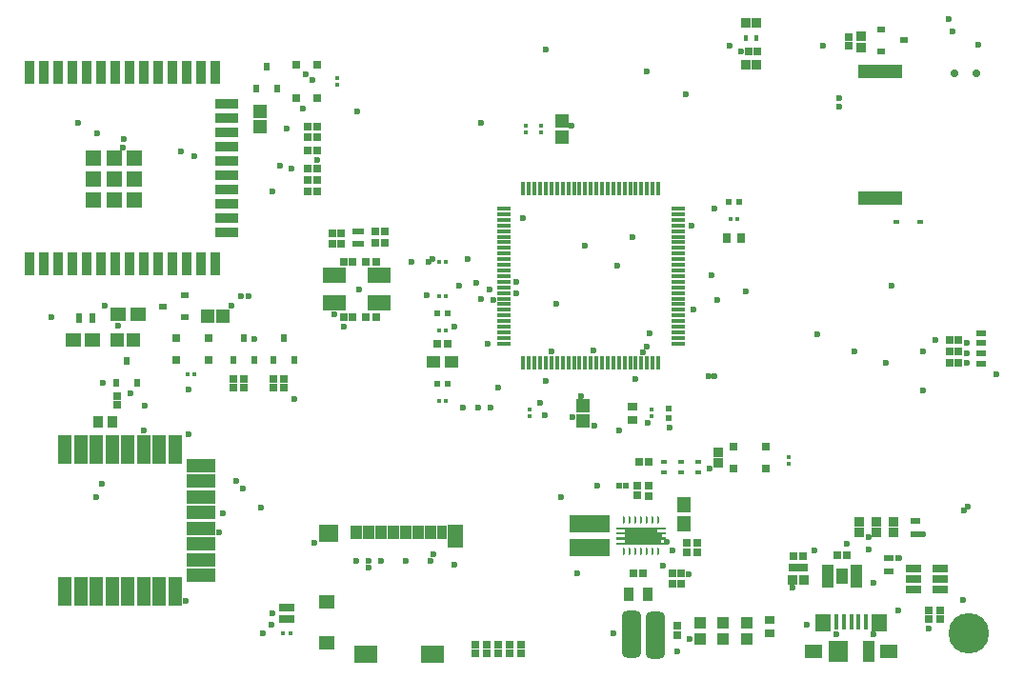
<source format=gts>
G04*
G04 #@! TF.GenerationSoftware,Altium Limited,Altium Designer,21.1.1 (26)*
G04*
G04 Layer_Color=8388736*
%FSLAX44Y44*%
%MOMM*%
G71*
G04*
G04 #@! TF.SameCoordinates,E069ABF9-E8C7-48A9-8C9A-FF8294D84A43*
G04*
G04*
G04 #@! TF.FilePolarity,Negative*
G04*
G01*
G75*
%ADD36R,0.5900X0.4500*%
%ADD37R,4.0000X1.2000*%
%ADD38R,0.8500X0.6000*%
%ADD39R,1.2000X0.3000*%
%ADD40R,0.3000X1.2000*%
%ADD41R,0.7000X0.6500*%
%ADD42R,1.0062X1.1051*%
%ADD43R,0.6153X0.5725*%
%ADD44R,0.4556X0.3612*%
%ADD45R,0.4500X0.6000*%
%ADD46R,0.9000X2.0000*%
%ADD47R,2.0000X0.9000*%
%ADD48R,1.3300X1.3300*%
G04:AMPARAMS|DCode=49|XSize=0.6mm|YSize=0.24mm|CornerRadius=0.12mm|HoleSize=0mm|Usage=FLASHONLY|Rotation=270.000|XOffset=0mm|YOffset=0mm|HoleType=Round|Shape=RoundedRectangle|*
%AMROUNDEDRECTD49*
21,1,0.6000,0.0000,0,0,270.0*
21,1,0.3600,0.2400,0,0,270.0*
1,1,0.2400,0.0000,-0.1800*
1,1,0.2400,0.0000,0.1800*
1,1,0.2400,0.0000,0.1800*
1,1,0.2400,0.0000,-0.1800*
%
%ADD49ROUNDEDRECTD49*%
%ADD50R,0.7581X0.8121*%
%ADD51R,0.6250X0.8250*%
%ADD52R,0.5000X0.5000*%
%ADD53R,1.3061X1.0582*%
%ADD54R,1.0000X0.5000*%
%ADD55R,0.4500X1.3800*%
%ADD56R,1.6500X1.3000*%
%ADD57R,1.8000X1.9000*%
%ADD58R,1.4250X1.5500*%
%ADD59R,1.0000X1.9000*%
%ADD70R,0.6000X0.4500*%
%ADD71R,0.8250X0.6250*%
%ADD72R,0.8121X0.7581*%
%ADD73R,0.3612X0.4556*%
%ADD74R,0.5725X0.6153*%
%ADD81R,0.6500X0.7000*%
%ADD82R,1.4000X0.8000*%
%ADD83R,3.6000X1.5000*%
%ADD84R,1.3000X1.2000*%
%ADD85R,0.9000X1.0500*%
%ADD86R,0.8500X0.8000*%
%ADD87R,0.8000X0.7500*%
%ADD88R,0.7500X0.7500*%
%ADD89R,0.9000X0.8500*%
%ADD90R,0.8500X0.8500*%
%ADD91R,0.7000X0.7500*%
%ADD92R,0.6500X0.7000*%
%ADD93R,0.6500X0.6500*%
%ADD94R,0.5500X0.5500*%
%ADD95R,1.0500X1.3000*%
%ADD96R,1.4000X1.2000*%
%ADD97R,0.9500X1.3000*%
%ADD98R,2.1000X1.5500*%
%ADD99R,1.7500X1.5500*%
%ADD100R,1.3700X2.0000*%
%ADD101R,0.6000X0.7000*%
%ADD102C,1.4220*%
%ADD103R,1.0636X0.5048*%
%ADD104R,0.9874X1.3938*%
%ADD105R,1.2000X2.6500*%
%ADD106R,2.6500X1.2000*%
%ADD107R,1.4500X1.3000*%
%ADD108R,0.8500X1.2500*%
%ADD109R,0.7800X0.7400*%
G04:AMPARAMS|DCode=110|XSize=1.724mm|YSize=4.2mm|CornerRadius=0.481mm|HoleSize=0mm|Usage=FLASHONLY|Rotation=0.000|XOffset=0mm|YOffset=0mm|HoleType=Round|Shape=RoundedRectangle|*
%AMROUNDEDRECTD110*
21,1,1.7240,3.2380,0,0,0.0*
21,1,0.7620,4.2000,0,0,0.0*
1,1,0.9620,0.3810,-1.6190*
1,1,0.9620,-0.3810,-1.6190*
1,1,0.9620,-0.3810,1.6190*
1,1,0.9620,0.3810,1.6190*
%
%ADD110ROUNDEDRECTD110*%
%ADD111R,2.0000X1.4000*%
%ADD112R,1.3000X1.4500*%
%ADD113R,0.7000X0.6000*%
%ADD114R,0.7500X0.8000*%
%ADD115R,0.8500X0.8500*%
%ADD116R,0.7000X0.6500*%
%ADD117R,0.6500X0.6500*%
%ADD118R,0.8500X0.9000*%
%ADD119R,1.2000X1.3000*%
%ADD120C,0.7000*%
%ADD121C,3.6000*%
%ADD122C,0.3500*%
%ADD123C,0.6000*%
G36*
X743360Y206560D02*
X735610D01*
Y203960D01*
X743360D01*
Y201960D01*
X735610D01*
Y199360D01*
X743360D01*
Y197360D01*
X735610D01*
Y194760D01*
X743360D01*
Y192760D01*
X699360D01*
Y194760D01*
X707110D01*
Y197360D01*
X699360D01*
Y199360D01*
X707110D01*
Y201960D01*
X699360D01*
Y203960D01*
X707110D01*
Y206560D01*
X699360D01*
Y208560D01*
X743360D01*
Y206560D01*
D02*
G37*
D36*
X948300Y480060D02*
D03*
X969400D02*
D03*
D37*
X933450Y501530D02*
D03*
Y613530D02*
D03*
D38*
X1023620Y372110D02*
D03*
Y363110D02*
D03*
Y354110D02*
D03*
Y381110D02*
D03*
D39*
X754173Y466800D02*
D03*
Y471800D02*
D03*
X599173Y371800D02*
D03*
X754173Y391800D02*
D03*
Y396800D02*
D03*
X599173Y491800D02*
D03*
Y486800D02*
D03*
Y481800D02*
D03*
Y476800D02*
D03*
Y471800D02*
D03*
Y466800D02*
D03*
Y461800D02*
D03*
Y456800D02*
D03*
Y451800D02*
D03*
Y441800D02*
D03*
Y436800D02*
D03*
Y431800D02*
D03*
Y426800D02*
D03*
Y421800D02*
D03*
Y416800D02*
D03*
Y411800D02*
D03*
Y406800D02*
D03*
Y401800D02*
D03*
Y391800D02*
D03*
Y386800D02*
D03*
Y381800D02*
D03*
Y376800D02*
D03*
X754173Y371800D02*
D03*
Y376800D02*
D03*
Y381800D02*
D03*
Y386800D02*
D03*
Y401800D02*
D03*
Y406800D02*
D03*
Y411800D02*
D03*
Y416800D02*
D03*
Y421800D02*
D03*
Y426800D02*
D03*
Y431800D02*
D03*
Y436800D02*
D03*
X754173Y441800D02*
D03*
X754173Y446800D02*
D03*
Y451800D02*
D03*
Y456800D02*
D03*
X754173Y461800D02*
D03*
X754173Y476800D02*
D03*
Y481800D02*
D03*
Y491800D02*
D03*
X599173Y396800D02*
D03*
Y446800D02*
D03*
X754173Y486800D02*
D03*
D40*
X616673Y354300D02*
D03*
X646673Y509300D02*
D03*
X656673D02*
D03*
X651673D02*
D03*
X671673Y354300D02*
D03*
X626673D02*
D03*
X631673D02*
D03*
X636673D02*
D03*
X641673D02*
D03*
X646673D02*
D03*
X651673D02*
D03*
X656673D02*
D03*
X661673D02*
D03*
X666673D02*
D03*
X676673D02*
D03*
X681673D02*
D03*
X686673D02*
D03*
X691673D02*
D03*
X696673D02*
D03*
X701673D02*
D03*
X706673D02*
D03*
X711673D02*
D03*
X716673D02*
D03*
X721673D02*
D03*
X726673D02*
D03*
X736673D02*
D03*
Y509300D02*
D03*
X731673D02*
D03*
X726673D02*
D03*
X721673D02*
D03*
X716673D02*
D03*
X711673D02*
D03*
X706673D02*
D03*
X701673D02*
D03*
X696673D02*
D03*
X691673D02*
D03*
X686673D02*
D03*
X681673D02*
D03*
X676673D02*
D03*
X671673D02*
D03*
X666673D02*
D03*
X661673D02*
D03*
X641673D02*
D03*
X636673D02*
D03*
X631673D02*
D03*
X626673D02*
D03*
X616673D02*
D03*
X621673Y354300D02*
D03*
Y509300D02*
D03*
X731673Y354300D02*
D03*
D41*
X433680Y589770D02*
D03*
X414680Y619270D02*
D03*
X433680D02*
D03*
X414680Y589770D02*
D03*
D42*
X773430Y123190D02*
D03*
Y109178D02*
D03*
X815242Y123190D02*
D03*
Y109178D02*
D03*
X794336Y123190D02*
D03*
Y109178D02*
D03*
D43*
X799624Y497840D02*
D03*
X808195D02*
D03*
D44*
X547858Y383846D02*
D03*
X541802D02*
D03*
X409428Y114300D02*
D03*
X403372D02*
D03*
X318282Y344170D02*
D03*
X324338D02*
D03*
X547858Y444500D02*
D03*
X541802D02*
D03*
X547858Y414020D02*
D03*
X541802D02*
D03*
X800882Y482600D02*
D03*
X806938D02*
D03*
X547858Y320585D02*
D03*
X541802D02*
D03*
D45*
X814400Y643193D02*
D03*
X823900D02*
D03*
D46*
X190430Y443160D02*
D03*
X203130D02*
D03*
X215830D02*
D03*
X228530D02*
D03*
X241230D02*
D03*
X253930D02*
D03*
X266630D02*
D03*
X279330D02*
D03*
X292030D02*
D03*
X304730D02*
D03*
X317430D02*
D03*
X330130D02*
D03*
X342830D02*
D03*
Y613160D02*
D03*
X330130D02*
D03*
X317430D02*
D03*
X304730D02*
D03*
X292030D02*
D03*
X279330D02*
D03*
X266630D02*
D03*
X253930D02*
D03*
X241230D02*
D03*
X228530D02*
D03*
X215830D02*
D03*
X203130D02*
D03*
X190430D02*
D03*
X177730Y443160D02*
D03*
Y613160D02*
D03*
D47*
X352830Y483710D02*
D03*
Y496410D02*
D03*
Y509110D02*
D03*
Y521810D02*
D03*
Y534510D02*
D03*
Y547210D02*
D03*
Y559910D02*
D03*
Y572610D02*
D03*
Y585310D02*
D03*
Y471010D02*
D03*
D48*
X234380Y499810D02*
D03*
Y518160D02*
D03*
X252730Y499810D02*
D03*
Y518160D02*
D03*
X271080Y499810D02*
D03*
X252730Y536510D02*
D03*
X234380D02*
D03*
X271080D02*
D03*
Y518160D02*
D03*
D49*
X726360Y214660D02*
D03*
X736360D02*
D03*
X726360Y186660D02*
D03*
X711360Y214660D02*
D03*
X706360D02*
D03*
Y186660D02*
D03*
X711360D02*
D03*
X731360D02*
D03*
X736360D02*
D03*
X716360D02*
D03*
X721360D02*
D03*
Y214660D02*
D03*
X716360D02*
D03*
X731360D02*
D03*
D50*
X797640Y465791D02*
D03*
X810180D02*
D03*
D51*
X233470Y394902D02*
D03*
X221970D02*
D03*
D52*
X549830Y398904D02*
D03*
X539830D02*
D03*
X549830Y335643D02*
D03*
X539830D02*
D03*
D53*
X537069Y355243D02*
D03*
X552591D02*
D03*
D54*
X469900Y471590D02*
D03*
Y460590D02*
D03*
D55*
X895050Y124700D02*
D03*
X908050D02*
D03*
X901550D02*
D03*
X914550D02*
D03*
X921050D02*
D03*
D56*
X874300Y98100D02*
D03*
X941800D02*
D03*
D57*
X896550D02*
D03*
D58*
X883175Y123850D02*
D03*
X932925D02*
D03*
D59*
X923550Y98100D02*
D03*
D70*
X741680Y266700D02*
D03*
Y257200D02*
D03*
X756920Y266700D02*
D03*
Y257200D02*
D03*
X772160Y266700D02*
D03*
Y257200D02*
D03*
D71*
X965200Y214030D02*
D03*
Y202530D02*
D03*
X941070Y169510D02*
D03*
Y181010D02*
D03*
D72*
X835618Y126424D02*
D03*
Y113884D02*
D03*
X713441Y316150D02*
D03*
Y303610D02*
D03*
D73*
X852170Y270998D02*
D03*
Y264942D02*
D03*
X450850Y607548D02*
D03*
Y601492D02*
D03*
X622300Y312908D02*
D03*
Y306852D02*
D03*
X730250Y312908D02*
D03*
Y306852D02*
D03*
X632605Y559582D02*
D03*
Y565638D02*
D03*
X618490Y559582D02*
D03*
Y565638D02*
D03*
D74*
X745490Y314165D02*
D03*
Y305595D02*
D03*
D81*
X832630Y280010D02*
D03*
X803130D02*
D03*
Y261010D02*
D03*
X832630D02*
D03*
X337330Y376530D02*
D03*
X307830Y357530D02*
D03*
Y376530D02*
D03*
X337330Y357530D02*
D03*
D82*
X986860Y153060D02*
D03*
Y172060D02*
D03*
X963860D02*
D03*
Y162560D02*
D03*
Y153060D02*
D03*
X986860Y162560D02*
D03*
D83*
X675640Y211500D02*
D03*
Y190500D02*
D03*
D84*
X669290Y316880D02*
D03*
Y302880D02*
D03*
X382270Y564500D02*
D03*
Y578500D02*
D03*
X650664Y555610D02*
D03*
Y569610D02*
D03*
D85*
X238860Y302260D02*
D03*
X251360D02*
D03*
D86*
X856810Y172878D02*
D03*
X865310D02*
D03*
D87*
X714570Y167640D02*
D03*
X723070D02*
D03*
X903855Y183899D02*
D03*
X895355D02*
D03*
X856810Y182880D02*
D03*
X865310D02*
D03*
X433510Y564992D02*
D03*
X425010D02*
D03*
X433510Y554990D02*
D03*
X425010D02*
D03*
X433510Y543560D02*
D03*
X425010D02*
D03*
X433510Y527050D02*
D03*
X425010D02*
D03*
X433510Y516890D02*
D03*
X425010D02*
D03*
X433510Y506730D02*
D03*
X425010D02*
D03*
X719650Y266700D02*
D03*
X728150D02*
D03*
X485403Y471170D02*
D03*
X493903D02*
D03*
X485403Y461010D02*
D03*
X493903D02*
D03*
X549080Y371787D02*
D03*
X540580D02*
D03*
X477080Y444745D02*
D03*
X485580D02*
D03*
X477080Y394970D02*
D03*
X485580D02*
D03*
D88*
X727710Y236307D02*
D03*
Y245308D02*
D03*
D89*
X823650Y619760D02*
D03*
X814150D02*
D03*
D90*
X916940Y645080D02*
D03*
Y635080D02*
D03*
X946095Y213635D02*
D03*
Y203635D02*
D03*
X930470Y213635D02*
D03*
Y203635D02*
D03*
X914845Y213635D02*
D03*
Y203635D02*
D03*
D91*
X986790Y127120D02*
D03*
Y134620D02*
D03*
X976630D02*
D03*
Y127120D02*
D03*
D92*
X255270Y317560D02*
D03*
Y325060D02*
D03*
X905510Y636330D02*
D03*
Y643830D02*
D03*
X368300Y340300D02*
D03*
Y332800D02*
D03*
X359297Y332860D02*
D03*
Y340360D02*
D03*
X403860Y340300D02*
D03*
Y332800D02*
D03*
X394857D02*
D03*
Y340300D02*
D03*
D93*
X614680Y96330D02*
D03*
Y104330D02*
D03*
X718207Y237300D02*
D03*
Y245300D02*
D03*
X574040Y96330D02*
D03*
Y104330D02*
D03*
X584200Y96330D02*
D03*
Y104330D02*
D03*
X594360Y96330D02*
D03*
Y104330D02*
D03*
X604520Y96330D02*
D03*
Y104330D02*
D03*
D94*
X701850Y245110D02*
D03*
X707850D02*
D03*
D95*
X500985Y203985D02*
D03*
X478985D02*
D03*
X467985D02*
D03*
X533985D02*
D03*
X489985D02*
D03*
X511985D02*
D03*
X522985D02*
D03*
D96*
X441635Y142485D02*
D03*
Y105485D02*
D03*
D97*
X544485Y203985D02*
D03*
D98*
X536335Y95735D02*
D03*
X476635D02*
D03*
D99*
X443385Y202735D02*
D03*
D100*
X556585Y200485D02*
D03*
D101*
X254660Y336710D02*
D03*
X264160Y356710D02*
D03*
X273660Y336710D02*
D03*
X379120Y598330D02*
D03*
X388620Y618330D02*
D03*
X398120Y598330D02*
D03*
X358742Y357030D02*
D03*
X377743D02*
D03*
X368243Y377030D02*
D03*
X394360Y357030D02*
D03*
X413360D02*
D03*
X403860Y377030D02*
D03*
D102*
X721360Y200660D02*
D03*
D103*
X912305Y157228D02*
D03*
X886905Y162309D02*
D03*
X912305D02*
D03*
X886905Y167388D02*
D03*
X912305Y172468D02*
D03*
Y167388D02*
D03*
X886905Y157228D02*
D03*
Y172468D02*
D03*
D104*
X899605Y164848D02*
D03*
D105*
X293170Y151680D02*
D03*
X279170D02*
D03*
X265170D02*
D03*
X223170D02*
D03*
X237170D02*
D03*
X293170Y277580D02*
D03*
X279170D02*
D03*
X237170D02*
D03*
X307170D02*
D03*
X265170D02*
D03*
X209170Y151680D02*
D03*
X251170D02*
D03*
Y277580D02*
D03*
X223170D02*
D03*
X307170Y151680D02*
D03*
X209170Y277580D02*
D03*
D106*
X330120Y249630D02*
D03*
Y235630D02*
D03*
Y193630D02*
D03*
Y179630D02*
D03*
Y165630D02*
D03*
Y207630D02*
D03*
Y221630D02*
D03*
Y263630D02*
D03*
D107*
X273930Y397510D02*
D03*
X256930D02*
D03*
X233888Y374650D02*
D03*
X216888D02*
D03*
D108*
X727320Y148590D02*
D03*
X710320D02*
D03*
D109*
X464910Y394970D02*
D03*
X457110D02*
D03*
X454750Y469900D02*
D03*
X446950D02*
D03*
X454750Y460897D02*
D03*
X446950D02*
D03*
X464910Y444500D02*
D03*
X457110D02*
D03*
D110*
X734060Y112531D02*
D03*
X712470Y113030D02*
D03*
D111*
X488630Y432243D02*
D03*
X448630Y408242D02*
D03*
X488630D02*
D03*
X448630Y432243D02*
D03*
D112*
X759460Y211210D02*
D03*
Y228210D02*
D03*
D113*
X954880Y641350D02*
D03*
X934880Y650850D02*
D03*
Y631850D02*
D03*
X296070Y404907D02*
D03*
X316070Y395407D02*
D03*
Y414408D02*
D03*
D114*
X770890Y194750D02*
D03*
Y186250D02*
D03*
X762001D02*
D03*
Y194750D02*
D03*
X753110Y121090D02*
D03*
Y112590D02*
D03*
D115*
X866060Y161875D02*
D03*
X856060D02*
D03*
X814150Y656695D02*
D03*
X824150D02*
D03*
D116*
X749420Y158637D02*
D03*
X756920D02*
D03*
Y167640D02*
D03*
X749420D02*
D03*
X824650Y631190D02*
D03*
X817150D02*
D03*
X410150Y137160D02*
D03*
X402650D02*
D03*
Y127000D02*
D03*
X410150D02*
D03*
D117*
X995490Y354330D02*
D03*
X1003490D02*
D03*
X995490Y364490D02*
D03*
X1003490D02*
D03*
X995490Y374650D02*
D03*
X1003490D02*
D03*
D118*
X789569Y265760D02*
D03*
Y275260D02*
D03*
D119*
X269890Y374650D02*
D03*
X255890D02*
D03*
X335900Y396240D02*
D03*
X349900D02*
D03*
D120*
X999580Y612150D02*
D03*
X1019580D02*
D03*
D121*
X1012770Y114420D02*
D03*
D122*
X716360Y195660D02*
D03*
X711360D02*
D03*
Y200660D02*
D03*
Y205660D02*
D03*
X716360Y200660D02*
D03*
Y205660D02*
D03*
X721360D02*
D03*
X726360Y195660D02*
D03*
X721360D02*
D03*
X731360D02*
D03*
Y200660D02*
D03*
X721360D02*
D03*
X726360Y205660D02*
D03*
Y200660D02*
D03*
X731360Y205660D02*
D03*
D123*
X740664Y173990D02*
D03*
X196850Y394970D02*
D03*
X256930Y387740D02*
D03*
X316230Y142620D02*
D03*
X856060Y155020D02*
D03*
X868650Y121951D02*
D03*
X383794Y225806D02*
D03*
X536194Y447040D02*
D03*
X567422Y446800D02*
D03*
X555783Y386588D02*
D03*
X457110D02*
D03*
X764794Y109178D02*
D03*
X737536Y200660D02*
D03*
X744220Y195580D02*
D03*
X392608Y121920D02*
D03*
X280416Y316596D02*
D03*
X943610Y422910D02*
D03*
X532130Y444500D02*
D03*
X650240Y235458D02*
D03*
X470916Y420116D02*
D03*
X449072Y398272D02*
D03*
X469392Y578612D02*
D03*
X727456Y300990D02*
D03*
X679958Y299212D02*
D03*
X430784Y194818D02*
D03*
X385318Y114300D02*
D03*
X731360Y205660D02*
D03*
X736172Y195660D02*
D03*
X950792Y181010D02*
D03*
X972312Y202530D02*
D03*
X949706Y181010D02*
D03*
X1007110Y143764D02*
D03*
X696468Y114300D02*
D03*
X726186Y613664D02*
D03*
X1010920Y354330D02*
D03*
Y372110D02*
D03*
Y363110D02*
D03*
X267910Y327406D02*
D03*
X716673Y340614D02*
D03*
X664210Y167640D02*
D03*
X413360Y322834D02*
D03*
X667766Y324866D02*
D03*
X260350Y546100D02*
D03*
X372110Y414020D02*
D03*
X377743Y375711D02*
D03*
X659384Y565404D02*
D03*
X261620Y553720D02*
D03*
X365760Y414020D02*
D03*
X584708Y371348D02*
D03*
X810514Y631190D02*
D03*
X616204Y483616D02*
D03*
X786384Y491800D02*
D03*
X244856Y405892D02*
D03*
X357378D02*
D03*
X1037422Y344170D02*
D03*
X799846Y636778D02*
D03*
X994467Y660420D02*
D03*
X1021080Y637286D02*
D03*
X895050Y113030D02*
D03*
X949960Y134620D02*
D03*
X679196Y365506D02*
D03*
X976630Y118110D02*
D03*
X753110Y97790D02*
D03*
X781050Y342900D02*
D03*
X1011972Y227112D02*
D03*
X786130Y342900D02*
D03*
X1008380Y223520D02*
D03*
X814098Y418084D02*
D03*
X927862Y113030D02*
D03*
X312420Y542290D02*
D03*
X400050Y529590D02*
D03*
X323850Y538480D02*
D03*
X393700Y506730D02*
D03*
X220980Y567690D02*
D03*
X406340Y562550D02*
D03*
X237490Y558800D02*
D03*
X410210Y527050D02*
D03*
X671673Y458978D02*
D03*
X765810Y476800D02*
D03*
X713740Y466090D02*
D03*
X422910Y610870D02*
D03*
X681990Y245110D02*
D03*
X749300Y187960D02*
D03*
X610108Y426800D02*
D03*
X728572Y381000D02*
D03*
X699770Y440690D02*
D03*
X782320Y260350D02*
D03*
X346246Y204006D02*
D03*
X349365Y221095D02*
D03*
X361390Y249630D02*
D03*
X998220Y648970D02*
D03*
X393700Y132080D02*
D03*
X768096Y401800D02*
D03*
X478985Y172620D02*
D03*
Y178425D02*
D03*
X587248Y314960D02*
D03*
X467985Y178425D02*
D03*
X554990Y175260D02*
D03*
X788924Y410972D02*
D03*
X533985Y178425D02*
D03*
X536956Y184404D02*
D03*
X783590Y432308D02*
D03*
X489985Y178425D02*
D03*
X562864Y314706D02*
D03*
X511985Y178425D02*
D03*
X576834Y315214D02*
D03*
X594614Y332994D02*
D03*
X645668Y406908D02*
D03*
X938530Y354330D02*
D03*
X971550Y330390D02*
D03*
X877570Y379730D02*
D03*
X982980Y374650D02*
D03*
X910590Y364490D02*
D03*
X971550D02*
D03*
X531114Y415036D02*
D03*
X575056Y426212D02*
D03*
X517652Y444745D02*
D03*
X559896Y423672D02*
D03*
X579120Y411080D02*
D03*
Y567690D02*
D03*
X420878Y580390D02*
D03*
X433578Y535432D02*
D03*
X637032Y632968D02*
D03*
X429260Y605790D02*
D03*
X897636Y582168D02*
D03*
X897128Y590296D02*
D03*
X241808Y247142D02*
D03*
X590296Y410972D02*
D03*
X237170Y235524D02*
D03*
X586546Y420176D02*
D03*
X367792Y242824D02*
D03*
X635762Y308102D02*
D03*
X279170Y294616D02*
D03*
X641673Y364998D02*
D03*
X242924Y337312D02*
D03*
X610108Y416800D02*
D03*
X319278Y291338D02*
D03*
X631673Y319278D02*
D03*
X319278Y331216D02*
D03*
X636673Y338836D02*
D03*
X702056Y294894D02*
D03*
X927862Y159512D02*
D03*
X747014Y296926D02*
D03*
X875538Y187960D02*
D03*
X726634Y368808D02*
D03*
X903855Y193679D02*
D03*
X722884Y363982D02*
D03*
X923685Y188976D02*
D03*
X923572Y199672D02*
D03*
X761492Y593852D02*
D03*
X883076Y636330D02*
D03*
X660146Y306832D02*
D03*
X764032Y166370D02*
D03*
M02*

</source>
